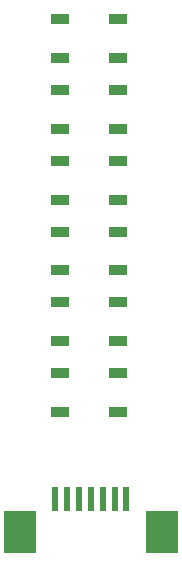
<source format=gbr>
%TF.GenerationSoftware,KiCad,Pcbnew,8.0.2*%
%TF.CreationDate,2025-03-09T15:07:13+01:00*%
%TF.ProjectId,ledPcb,6c656450-6362-42e6-9b69-6361645f7063,rev?*%
%TF.SameCoordinates,Original*%
%TF.FileFunction,Paste,Bot*%
%TF.FilePolarity,Positive*%
%FSLAX46Y46*%
G04 Gerber Fmt 4.6, Leading zero omitted, Abs format (unit mm)*
G04 Created by KiCad (PCBNEW 8.0.2) date 2025-03-09 15:07:13*
%MOMM*%
%LPD*%
G01*
G04 APERTURE LIST*
%ADD10R,0.610000X2.000000*%
%ADD11R,2.680000X3.600000*%
%ADD12R,1.500000X0.900000*%
G04 APERTURE END LIST*
D10*
%TO.C,J4*%
X133704000Y-107690000D03*
X132704000Y-107690000D03*
X131704000Y-107690000D03*
X130704000Y-107690000D03*
X129704000Y-107690000D03*
X128704000Y-107690000D03*
X127704000Y-107690000D03*
D11*
X136694000Y-110490000D03*
X124714000Y-110490000D03*
%TD*%
D12*
%TO.C,D10*%
X132969000Y-85028000D03*
X132969000Y-88328000D03*
X128069000Y-88328000D03*
X128069000Y-85028000D03*
%TD*%
%TO.C,D11*%
X132969000Y-91028000D03*
X132969000Y-94328000D03*
X128069000Y-94328000D03*
X128069000Y-91028000D03*
%TD*%
%TO.C,D8*%
X132969000Y-73028000D03*
X132969000Y-76328000D03*
X128069000Y-76328000D03*
X128069000Y-73028000D03*
%TD*%
%TO.C,D9*%
X132969000Y-79028000D03*
X132969000Y-82328000D03*
X128069000Y-82328000D03*
X128069000Y-79028000D03*
%TD*%
%TO.C,D12*%
X132969000Y-97028000D03*
X132969000Y-100328000D03*
X128069000Y-100328000D03*
X128069000Y-97028000D03*
%TD*%
%TO.C,D7*%
X132969000Y-67028000D03*
X132969000Y-70328000D03*
X128069000Y-70328000D03*
X128069000Y-67028000D03*
%TD*%
M02*

</source>
